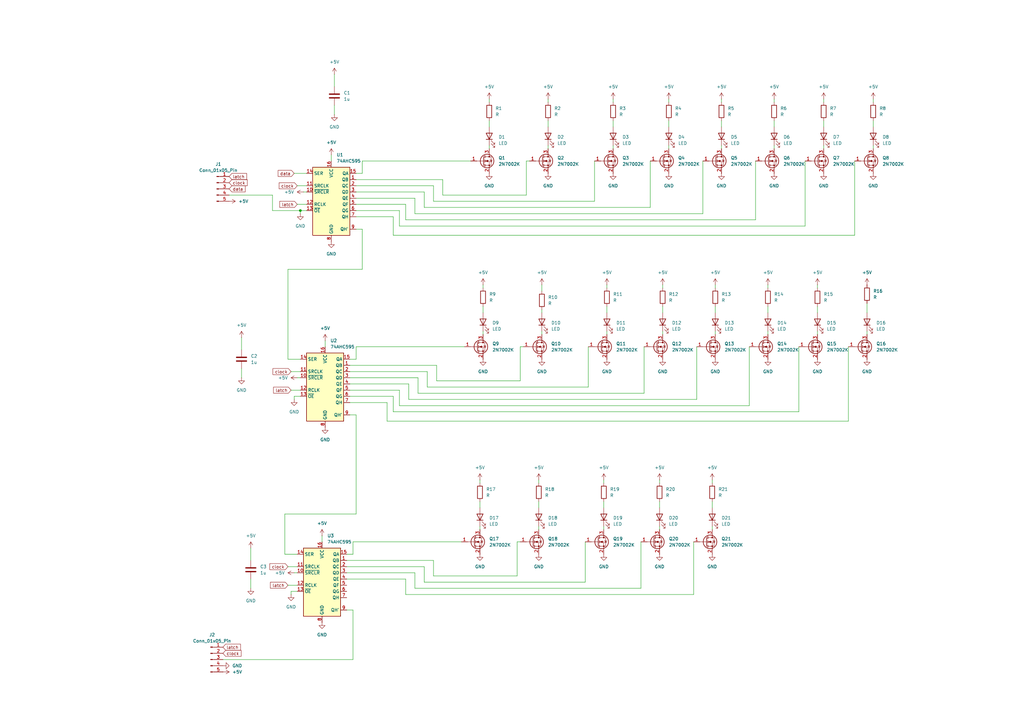
<source format=kicad_sch>
(kicad_sch (version 20250114) (generator "eeschema") (generator_version "9.0")
  (paper "A3")
  (junction (at 123.19 86.36))
  (wire (pts (xy 293.37 125.73) (xy 293.37 128.27)))
  (wire (pts (xy 198.12 116.84) (xy 198.12 118.11)))
  (wire (pts (xy 119.38 160.02) (xy 123.19 160.02)))
  (wire (pts (xy 248.92 135.89) (xy 248.92 137.16)))
  (wire (pts (xy 222.25 127) (xy 222.25 128.27)))
  (wire (pts (xy 116.84 210.82) (xy 116.84 227.33)))
  (wire (pts (xy 240.03 238.76) (xy 173.99 238.76)))
  (wire (pts (xy 251.46 40.64) (xy 251.46 41.91)))
  (wire (pts (xy 247.65 205.74) (xy 247.65 208.28)))
  (wire (pts (xy 251.46 59.69) (xy 251.46 60.96)))
  (wire (pts (xy 314.96 135.89) (xy 314.96 137.16)))
  (wire (pts (xy 158.75 165.1) (xy 158.75 172.72)))
  (wire (pts (xy 167.64 163.83) (xy 167.64 157.48)))
  (wire (pts (xy 177.8 236.22) (xy 177.8 229.87)))
  (wire (pts (xy 120.65 162.56) (xy 120.65 163.83)))
  (wire (pts (xy 111.76 80.01) (xy 111.76 86.36)))
  (wire (pts (xy 170.18 81.28) (xy 146.05 81.28)))
  (wire (pts (xy 220.98 215.9) (xy 220.98 217.17)))
  (wire (pts (xy 173.99 232.41) (xy 142.24 232.41)))
  (wire (pts (xy 120.65 71.12) (xy 125.73 71.12)))
  (wire (pts (xy 175.26 152.4) (xy 143.51 152.4)))
  (wire (pts (xy 213.36 156.21) (xy 179.07 156.21)))
  (wire (pts (xy 314.96 125.73) (xy 314.96 128.27)))
  (wire (pts (xy 179.07 156.21) (xy 179.07 149.86)))
  (wire (pts (xy 270.51 205.74) (xy 270.51 208.28)))
  (wire (pts (xy 124.46 78.74) (xy 125.73 78.74)))
  (wire (pts (xy 307.34 142.24) (xy 307.34 166.37)))
  (wire (pts (xy 181.61 73.66) (xy 146.05 73.66)))
  (wire (pts (xy 295.91 40.64) (xy 295.91 41.91)))
  (wire (pts (xy 132.08 219.71) (xy 132.08 222.25)))
  (wire (pts (xy 295.91 59.69) (xy 295.91 60.96)))
  (wire (pts (xy 215.9 80.01) (xy 181.61 80.01)))
  (wire (pts (xy 224.79 59.69) (xy 224.79 60.96)))
  (wire (pts (xy 137.16 46.99) (xy 137.16 43.18)))
  (wire (pts (xy 148.59 110.49) (xy 118.11 110.49)))
  (wire (pts (xy 166.37 237.49) (xy 142.24 237.49)))
  (wire (pts (xy 335.28 125.73) (xy 335.28 128.27)))
  (wire (pts (xy 148.59 66.04) (xy 148.59 71.12)))
  (wire (pts (xy 314.96 116.84) (xy 314.96 118.11)))
  (wire (pts (xy 327.66 168.91) (xy 327.66 142.24)))
  (wire (pts (xy 288.29 66.04) (xy 288.29 87.63)))
  (wire (pts (xy 196.85 196.85) (xy 196.85 198.12)))
  (wire (pts (xy 274.32 59.69) (xy 274.32 60.96)))
  (wire (pts (xy 200.66 59.69) (xy 200.66 60.96)))
  (wire (pts (xy 330.2 92.71) (xy 330.2 66.04)))
  (wire (pts (xy 293.37 116.84) (xy 293.37 118.11)))
  (wire (pts (xy 243.84 66.04) (xy 243.84 82.55)))
  (wire (pts (xy 355.6 124.46) (xy 355.6 128.27)))
  (wire (pts (xy 266.7 85.09) (xy 173.99 85.09)))
  (wire (pts (xy 196.85 215.9) (xy 196.85 217.17)))
  (wire (pts (xy 358.14 40.64) (xy 358.14 41.91)))
  (wire (pts (xy 274.32 40.64) (xy 274.32 41.91)))
  (wire (pts (xy 247.65 196.85) (xy 247.65 198.12)))
  (wire (pts (xy 222.25 135.89) (xy 222.25 137.16)))
  (wire (pts (xy 146.05 210.82) (xy 116.84 210.82)))
  (wire (pts (xy 177.8 229.87) (xy 142.24 229.87)))
  (wire (pts (xy 220.98 196.85) (xy 220.98 198.12)))
  (wire (pts (xy 173.99 78.74) (xy 146.05 78.74)))
  (wire (pts (xy 163.83 166.37) (xy 163.83 160.02)))
  (wire (pts (xy 190.5 142.24) (xy 146.05 142.24)))
  (wire (pts (xy 271.78 116.84) (xy 271.78 118.11)))
  (wire (pts (xy 137.16 30.48) (xy 137.16 35.56)))
  (wire (pts (xy 123.19 162.56) (xy 120.65 162.56)))
  (wire (pts (xy 198.12 125.73) (xy 198.12 128.27)))
  (wire (pts (xy 163.83 86.36) (xy 163.83 92.71)))
  (wire (pts (xy 292.1 215.9) (xy 292.1 217.17)))
  (wire (pts (xy 243.84 82.55) (xy 177.8 82.55)))
  (wire (pts (xy 309.88 66.04) (xy 309.88 90.17)))
  (wire (pts (xy 292.1 205.74) (xy 292.1 208.28)))
  (wire (pts (xy 189.23 222.25) (xy 144.78 222.25)))
  (wire (pts (xy 212.09 236.22) (xy 177.8 236.22)))
  (wire (pts (xy 170.18 87.63) (xy 170.18 81.28)))
  (wire (pts (xy 217.17 66.04) (xy 215.9 66.04)))
  (wire (pts (xy 285.75 163.83) (xy 167.64 163.83)))
  (wire (pts (xy 118.11 147.32) (xy 123.19 147.32)))
  (wire (pts (xy 179.07 149.86) (xy 143.51 149.86)))
  (wire (pts (xy 337.82 49.53) (xy 337.82 52.07)))
  (wire (pts (xy 177.8 76.2) (xy 146.05 76.2)))
  (wire (pts (xy 251.46 49.53) (xy 251.46 52.07)))
  (wire (pts (xy 123.19 86.36) (xy 123.19 87.63)))
  (wire (pts (xy 146.05 88.9) (xy 161.29 88.9)))
  (wire (pts (xy 143.51 162.56) (xy 161.29 162.56)))
  (wire (pts (xy 196.85 205.74) (xy 196.85 208.28)))
  (wire (pts (xy 148.59 93.98) (xy 148.59 110.49)))
  (wire (pts (xy 347.98 172.72) (xy 347.98 142.24)))
  (wire (pts (xy 166.37 243.84) (xy 166.37 237.49)))
  (wire (pts (xy 163.83 160.02) (xy 143.51 160.02)))
  (wire (pts (xy 248.92 125.73) (xy 248.92 128.27)))
  (wire (pts (xy 214.63 142.24) (xy 213.36 142.24)))
  (wire (pts (xy 247.65 215.9) (xy 247.65 217.17)))
  (wire (pts (xy 146.05 86.36) (xy 163.83 86.36)))
  (wire (pts (xy 166.37 83.82) (xy 146.05 83.82)))
  (wire (pts (xy 358.14 59.69) (xy 358.14 60.96)))
  (wire (pts (xy 337.82 40.64) (xy 337.82 41.91)))
  (wire (pts (xy 161.29 162.56) (xy 161.29 168.91)))
  (wire (pts (xy 173.99 238.76) (xy 173.99 232.41)))
  (wire (pts (xy 148.59 71.12) (xy 146.05 71.12)))
  (wire (pts (xy 118.11 240.03) (xy 121.92 240.03)))
  (wire (pts (xy 317.5 59.69) (xy 317.5 60.96)))
  (wire (pts (xy 170.18 234.95) (xy 142.24 234.95)))
  (wire (pts (xy 335.28 116.84) (xy 335.28 118.11)))
  (wire (pts (xy 264.16 142.24) (xy 264.16 161.29)))
  (wire (pts (xy 102.87 241.3) (xy 102.87 237.49)))
  (wire (pts (xy 337.82 59.69) (xy 337.82 60.96)))
  (wire (pts (xy 146.05 170.18) (xy 143.51 170.18)))
  (wire (pts (xy 121.92 76.2) (xy 125.73 76.2)))
  (wire (pts (xy 144.78 250.19) (xy 142.24 250.19)))
  (wire (pts (xy 116.84 227.33) (xy 121.92 227.33)))
  (wire (pts (xy 215.9 66.04) (xy 215.9 80.01)))
  (wire (pts (xy 93.98 80.01) (xy 111.76 80.01)))
  (wire (pts (xy 181.61 80.01) (xy 181.61 73.66)))
  (wire (pts (xy 293.37 135.89) (xy 293.37 137.16)))
  (wire (pts (xy 241.3 142.24) (xy 241.3 158.75)))
  (wire (pts (xy 146.05 147.32) (xy 143.51 147.32)))
  (wire (pts (xy 121.92 83.82) (xy 125.73 83.82)))
  (wire (pts (xy 292.1 196.85) (xy 292.1 198.12)))
  (wire (pts (xy 213.36 142.24) (xy 213.36 156.21)))
  (wire (pts (xy 99.06 138.43) (xy 99.06 143.51)))
  (wire (pts (xy 220.98 205.74) (xy 220.98 208.28)))
  (wire (pts (xy 335.28 135.89) (xy 335.28 137.16)))
  (wire (pts (xy 288.29 87.63) (xy 170.18 87.63)))
  (wire (pts (xy 317.5 49.53) (xy 317.5 52.07)))
  (wire (pts (xy 224.79 49.53) (xy 224.79 52.07)))
  (wire (pts (xy 270.51 215.9) (xy 270.51 217.17)))
  (wire (pts (xy 274.32 49.53) (xy 274.32 52.07)))
  (wire (pts (xy 161.29 168.91) (xy 327.66 168.91)))
  (wire (pts (xy 307.34 166.37) (xy 163.83 166.37)))
  (wire (pts (xy 248.92 116.84) (xy 248.92 118.11)))
  (wire (pts (xy 167.64 157.48) (xy 143.51 157.48)))
  (wire (pts (xy 119.38 242.57) (xy 119.38 243.84)))
  (wire (pts (xy 144.78 270.51) (xy 144.78 250.19)))
  (wire (pts (xy 350.52 96.52) (xy 350.52 66.04)))
  (wire (pts (xy 118.11 232.41) (xy 121.92 232.41)))
  (wire (pts (xy 200.66 40.64) (xy 200.66 41.91)))
  (wire (pts (xy 118.11 110.49) (xy 118.11 147.32)))
  (wire (pts (xy 111.76 86.36) (xy 123.19 86.36)))
  (wire (pts (xy 166.37 90.17) (xy 166.37 83.82)))
  (wire (pts (xy 284.48 243.84) (xy 166.37 243.84)))
  (wire (pts (xy 125.73 86.36) (xy 123.19 86.36)))
  (wire (pts (xy 163.83 92.71) (xy 330.2 92.71)))
  (wire (pts (xy 240.03 222.25) (xy 240.03 238.76)))
  (wire (pts (xy 271.78 125.73) (xy 271.78 128.27)))
  (wire (pts (xy 262.89 222.25) (xy 262.89 241.3)))
  (wire (pts (xy 213.36 222.25) (xy 212.09 222.25)))
  (wire (pts (xy 146.05 93.98) (xy 148.59 93.98)))
  (wire (pts (xy 144.78 222.25) (xy 144.78 227.33)))
  (wire (pts (xy 119.38 152.4) (xy 123.19 152.4)))
  (wire (pts (xy 212.09 222.25) (xy 212.09 236.22)))
  (wire (pts (xy 170.18 241.3) (xy 170.18 234.95)))
  (wire (pts (xy 120.65 234.95) (xy 121.92 234.95)))
  (wire (pts (xy 99.06 154.94) (xy 99.06 151.13)))
  (wire (pts (xy 271.78 135.89) (xy 271.78 137.16)))
  (wire (pts (xy 135.89 63.5) (xy 135.89 66.04)))
  (wire (pts (xy 177.8 82.55) (xy 177.8 76.2)))
  (wire (pts (xy 198.12 135.89) (xy 198.12 137.16)))
  (wire (pts (xy 102.87 224.79) (xy 102.87 229.87)))
  (wire (pts (xy 317.5 40.64) (xy 317.5 41.91)))
  (wire (pts (xy 173.99 85.09) (xy 173.99 78.74)))
  (wire (pts (xy 171.45 161.29) (xy 171.45 154.94)))
  (wire (pts (xy 171.45 154.94) (xy 143.51 154.94)))
  (wire (pts (xy 146.05 142.24) (xy 146.05 147.32)))
  (wire (pts (xy 193.04 66.04) (xy 148.59 66.04)))
  (wire (pts (xy 161.29 96.52) (xy 350.52 96.52)))
  (wire (pts (xy 309.88 90.17) (xy 166.37 90.17)))
  (wire (pts (xy 262.89 241.3) (xy 170.18 241.3)))
  (wire (pts (xy 295.91 49.53) (xy 295.91 52.07)))
  (wire (pts (xy 264.16 161.29) (xy 171.45 161.29)))
  (wire (pts (xy 241.3 158.75) (xy 175.26 158.75)))
  (wire (pts (xy 121.92 154.94) (xy 123.19 154.94)))
  (wire (pts (xy 200.66 49.53) (xy 200.66 52.07)))
  (wire (pts (xy 222.25 116.84) (xy 222.25 119.38)))
  (wire (pts (xy 355.6 135.89) (xy 355.6 137.16)))
  (wire (pts (xy 146.05 170.18) (xy 146.05 210.82)))
  (wire (pts (xy 121.92 242.57) (xy 119.38 242.57)))
  (wire (pts (xy 144.78 227.33) (xy 142.24 227.33)))
  (wire (pts (xy 158.75 172.72) (xy 347.98 172.72)))
  (wire (pts (xy 266.7 66.04) (xy 266.7 85.09)))
  (wire (pts (xy 133.35 139.7) (xy 133.35 142.24)))
  (wire (pts (xy 270.51 196.85) (xy 270.51 198.12)))
  (wire (pts (xy 358.14 49.53) (xy 358.14 52.07)))
  (wire (pts (xy 143.51 165.1) (xy 158.75 165.1)))
  (wire (pts (xy 91.44 270.51) (xy 144.78 270.51)))
  (wire (pts (xy 175.26 158.75) (xy 175.26 152.4)))
  (wire (pts (xy 284.48 222.25) (xy 284.48 243.84)))
  (wire (pts (xy 224.79 40.64) (xy 224.79 41.91)))
  (wire (pts (xy 161.29 88.9) (xy 161.29 96.52)))
  (wire (pts (xy 285.75 142.24) (xy 285.75 163.83)))
  (global_label "latch" (shape input) (at 121.92 83.82 180) (property "Intersheetrefs" "${INTERSHEET_REFS}" (effects (hide yes))))
  (global_label "clock" (shape input) (at 118.11 232.41 180) (property "Intersheetrefs" "${INTERSHEET_REFS}" (effects (hide yes))))
  (global_label "clock" (shape input) (at 91.44 267.97 0) (property "Intersheetrefs" "${INTERSHEET_REFS}" (effects (hide yes))))
  (global_label "latch" (shape input) (at 118.11 240.03 180) (property "Intersheetrefs" "${INTERSHEET_REFS}" (effects (hide yes))))
  (global_label "latch" (shape input) (at 93.98 72.39 0) (property "Intersheetrefs" "${INTERSHEET_REFS}" (effects (hide yes))))
  (global_label "clock" (shape input) (at 121.92 76.2 180) (property "Intersheetrefs" "${INTERSHEET_REFS}" (effects (hide yes))))
  (global_label "latch" (shape input) (at 91.44 265.43 0) (property "Intersheetrefs" "${INTERSHEET_REFS}" (effects (hide yes))))
  (global_label "clock" (shape input) (at 93.98 74.93 0) (property "Intersheetrefs" "${INTERSHEET_REFS}" (effects (hide yes))))
  (global_label "data" (shape input) (at 120.65 71.12 180) (property "Intersheetrefs" "${INTERSHEET_REFS}" (effects (hide yes))))
  (global_label "data" (shape input) (at 93.98 77.47 0) (property "Intersheetrefs" "${INTERSHEET_REFS}" (effects (hide yes))))
  (global_label "latch" (shape input) (at 119.38 160.02 180) (property "Intersheetrefs" "${INTERSHEET_REFS}" (effects (hide yes))))
  (global_label "clock" (shape input) (at 119.38 152.4 180) (property "Intersheetrefs" "${INTERSHEET_REFS}" (effects (hide yes))))
  (symbol (lib_id "power:+5V") (at 99.06 138.43 0) (unit 1)
    (property "Reference" "#PWR063" (effects (hide yes)))
    (property "Value" "+5V" (at 99.06 133.35 0))
    (property "Description" "Power symbol creates a global label with name \"+5V\"" (effects (hide yes)))
  )
  (symbol (lib_id "power:GND") (at 119.38 243.84 0) (unit 1)
    (property "Reference" "#PWR011" (effects (hide yes)))
    (property "Value" "GND" (at 119.38 248.92 0))
    (property "Description" "Power symbol creates a global label with name \"GND\" , ground" (effects (hide yes)))
  )
  (symbol (lib_id "Transistor_FET:2N7002K") (at 335.28 66.04 0) (unit 1)
    (property "Reference" "Q7" (at 341.63 64.7699 0) (effects (justify left)))
    (property "Value" "2N7002K" (at 341.63 67.3099 0) (effects (justify left)))
    (property "Footprint" "Package_TO_SOT_SMD:SOT-23" (effects (hide yes)))
    (property "Datasheet" "https://www.diodes.com/assets/Datasheets/ds30896.pdf" (effects (hide yes)))
    (property "Description" "0.38A Id, 60V Vds, N-Channel MOSFET, SOT-23" (effects (hide yes)))
  )
  (symbol (lib_id "Transistor_FET:2N7002K") (at 219.71 142.24 0) (unit 1)
    (property "Reference" "Q10" (at 226.06 140.9699 0) (effects (justify left)))
    (property "Value" "2N7002K" (at 226.06 143.5099 0) (effects (justify left)))
    (property "Footprint" "Package_TO_SOT_SMD:SOT-23" (effects (hide yes)))
    (property "Datasheet" "https://www.diodes.com/assets/Datasheets/ds30896.pdf" (effects (hide yes)))
    (property "Description" "0.38A Id, 60V Vds, N-Channel MOSFET, SOT-23" (effects (hide yes)))
  )
  (symbol (lib_id "Device:LED") (at 198.12 132.08 90) (unit 1)
    (property "Reference" "D9" (at 201.93 132.3974 90) (effects (justify right)))
    (property "Value" "LED" (at 201.93 134.9374 90) (effects (justify right)))
    (property "Footprint" "LED_SMD:LED_1210_3225Metric_Pad1.42x2.65mm_HandSolder" (effects (hide yes)))
    (property "Description" "Light emitting diode" (effects (hide yes)))
    (property "Sim.Pins" "1=K 2=A" (effects (hide yes)))
  )
  (symbol (lib_id "Device:LED") (at 222.25 132.08 90) (unit 1)
    (property "Reference" "D10" (at 226.06 132.3974 90) (effects (justify right)))
    (property "Value" "LED" (at 226.06 134.9374 90) (effects (justify right)))
    (property "Footprint" "LED_SMD:LED_1210_3225Metric_Pad1.42x2.65mm_HandSolder" (effects (hide yes)))
    (property "Description" "Light emitting diode" (effects (hide yes)))
    (property "Sim.Pins" "1=K 2=A" (effects (hide yes)))
  )
  (symbol (lib_id "Device:LED") (at 355.6 132.08 90) (unit 1)
    (property "Reference" "D16" (at 359.41 132.3974 90) (effects (justify right)))
    (property "Value" "LED" (at 359.41 134.9374 90) (effects (justify right)))
    (property "Footprint" "LED_SMD:LED_1210_3225Metric_Pad1.42x2.65mm_HandSolder" (effects (hide yes)))
    (property "Description" "Light emitting diode" (effects (hide yes)))
    (property "Sim.Pins" "1=K 2=A" (effects (hide yes)))
  )
  (symbol (lib_id "Device:R") (at 271.78 121.92 0) (unit 1)
    (property "Reference" "R12" (at 274.32 120.6499 0) (effects (justify left)))
    (property "Value" "R" (at 274.32 123.1899 0) (effects (justify left)))
    (property "Footprint" "Resistor_SMD:R_0805_2012Metric" (effects (hide yes)))
    (property "Description" "Resistor" (effects (hide yes)))
  )
  (symbol (lib_id "power:+5V") (at 124.46 78.74 90) (unit 1)
    (property "Reference" "#PWR01" (effects (hide yes)))
    (property "Value" "+5V" (at 120.65 78.7399 90) (effects (justify left)))
    (property "Description" "Power symbol creates a global label with name \"+5V\"" (effects (hide yes)))
  )
  (symbol (lib_id "Device:LED") (at 337.82 55.88 90) (unit 1)
    (property "Reference" "D7" (at 341.63 56.1974 90) (effects (justify right)))
    (property "Value" "LED" (at 341.63 58.7374 90) (effects (justify right)))
    (property "Footprint" "LED_SMD:LED_1210_3225Metric_Pad1.42x2.65mm_HandSolder" (effects (hide yes)))
    (property "Description" "Light emitting diode" (effects (hide yes)))
    (property "Sim.Pins" "1=K 2=A" (effects (hide yes)))
  )
  (symbol (lib_id "Transistor_FET:2N7002K") (at 198.12 66.04 0) (unit 1)
    (property "Reference" "Q1" (at 204.47 64.7699 0) (effects (justify left)))
    (property "Value" "2N7002K" (at 204.47 67.3099 0) (effects (justify left)))
    (property "Footprint" "Package_TO_SOT_SMD:SOT-23" (effects (hide yes)))
    (property "Datasheet" "https://www.diodes.com/assets/Datasheets/ds30896.pdf" (effects (hide yes)))
    (property "Description" "0.38A Id, 60V Vds, N-Channel MOSFET, SOT-23" (effects (hide yes)))
  )
  (symbol (lib_id "Device:R") (at 293.37 121.92 0) (unit 1)
    (property "Reference" "R13" (at 295.91 120.6499 0) (effects (justify left)))
    (property "Value" "R" (at 295.91 123.1899 0) (effects (justify left)))
    (property "Footprint" "Resistor_SMD:R_0805_2012Metric" (effects (hide yes)))
    (property "Description" "Resistor" (effects (hide yes)))
  )
  (symbol (lib_id "power:+5V") (at 337.82 40.64 0) (unit 1)
    (property "Reference" "#PWR027" (effects (hide yes)))
    (property "Value" "+5V" (at 337.82 35.56 0))
    (property "Description" "Power symbol creates a global label with name \"+5V\"" (effects (hide yes)))
  )
  (symbol (lib_id "power:GND") (at 133.35 175.26 0) (unit 1)
    (property "Reference" "#PWR010" (effects (hide yes)))
    (property "Value" "GND" (at 133.35 180.34 0))
    (property "Description" "Power symbol creates a global label with name \"GND\" , ground" (effects (hide yes)))
  )
  (symbol (lib_id "Device:LED") (at 274.32 55.88 90) (unit 1)
    (property "Reference" "D4" (at 278.13 56.1974 90) (effects (justify right)))
    (property "Value" "LED" (at 278.13 58.7374 90) (effects (justify right)))
    (property "Footprint" "LED_SMD:LED_1210_3225Metric_Pad1.42x2.65mm_HandSolder" (effects (hide yes)))
    (property "Description" "Light emitting diode" (effects (hide yes)))
    (property "Sim.Pins" "1=K 2=A" (effects (hide yes)))
  )
  (symbol (lib_id "power:GND") (at 91.44 273.05 90) (unit 1)
    (property "Reference" "#PWR059" (effects (hide yes)))
    (property "Value" "GND" (at 95.25 273.0499 90) (effects (justify right)))
    (property "Description" "Power symbol creates a global label with name \"GND\" , ground" (effects (hide yes)))
  )
  (symbol (lib_id "power:+5V") (at 247.65 196.85 0) (unit 1)
    (property "Reference" "#PWR051" (effects (hide yes)))
    (property "Value" "+5V" (at 247.65 191.77 0))
    (property "Description" "Power symbol creates a global label with name \"+5V\"" (effects (hide yes)))
  )
  (symbol (lib_id "Device:C") (at 137.16 39.37 0) (unit 1)
    (property "Reference" "C1" (at 140.97 38.0999 0) (effects (justify left)))
    (property "Value" "1u" (at 140.97 40.6399 0) (effects (justify left)))
    (property "Footprint" "Capacitor_SMD:C_0805_2012Metric" (effects (hide yes)))
    (property "Description" "Unpolarized capacitor" (effects (hide yes)))
  )
  (symbol (lib_id "Device:LED") (at 220.98 212.09 90) (unit 1)
    (property "Reference" "D18" (at 224.79 212.4074 90) (effects (justify right)))
    (property "Value" "LED" (at 224.79 214.9474 90) (effects (justify right)))
    (property "Footprint" "LED_SMD:LED_1210_3225Metric_Pad1.42x2.65mm_HandSolder" (effects (hide yes)))
    (property "Description" "Light emitting diode" (effects (hide yes)))
    (property "Sim.Pins" "1=K 2=A" (effects (hide yes)))
  )
  (symbol (lib_id "Device:LED") (at 200.66 55.88 90) (unit 1)
    (property "Reference" "D1" (at 204.47 56.1974 90) (effects (justify right)))
    (property "Value" "LED" (at 204.47 58.7374 90) (effects (justify right)))
    (property "Footprint" "LED_SMD:LED_1210_3225Metric_Pad1.42x2.65mm_HandSolder" (effects (hide yes)))
    (property "Description" "Light emitting diode" (effects (hide yes)))
    (property "Sim.Pins" "1=K 2=A" (effects (hide yes)))
  )
  (symbol (lib_id "Transistor_FET:2N7002K") (at 332.74 142.24 0) (unit 1)
    (property "Reference" "Q15" (at 339.09 140.9699 0) (effects (justify left)))
    (property "Value" "2N7002K" (at 339.09 143.5099 0) (effects (justify left)))
    (property "Footprint" "Package_TO_SOT_SMD:SOT-23" (effects (hide yes)))
    (property "Datasheet" "https://www.diodes.com/assets/Datasheets/ds30896.pdf" (effects (hide yes)))
    (property "Description" "0.38A Id, 60V Vds, N-Channel MOSFET, SOT-23" (effects (hide yes)))
  )
  (symbol (lib_id "power:GND") (at 358.14 71.12 0) (unit 1)
    (property "Reference" "#PWR030" (effects (hide yes)))
    (property "Value" "GND" (at 358.14 76.2 0))
    (property "Description" "Power symbol creates a global label with name \"GND\" , ground" (effects (hide yes)))
  )
  (symbol (lib_id "power:GND") (at 247.65 227.33 0) (unit 1)
    (property "Reference" "#PWR052" (effects (hide yes)))
    (property "Value" "GND" (at 247.65 232.41 0))
    (property "Description" "Power symbol creates a global label with name \"GND\" , ground" (effects (hide yes)))
  )
  (symbol (lib_id "Device:LED") (at 224.79 55.88 90) (unit 1)
    (property "Reference" "D2" (at 228.6 56.1974 90) (effects (justify right)))
    (property "Value" "LED" (at 228.6 58.7374 90) (effects (justify right)))
    (property "Footprint" "LED_SMD:LED_1210_3225Metric_Pad1.42x2.65mm_HandSolder" (effects (hide yes)))
    (property "Description" "Light emitting diode" (effects (hide yes)))
    (property "Sim.Pins" "1=K 2=A" (effects (hide yes)))
  )
  (symbol (lib_id "Device:R") (at 222.25 123.19 0) (unit 1)
    (property "Reference" "R10" (at 224.79 121.9199 0) (effects (justify left)))
    (property "Value" "R" (at 224.79 124.4599 0) (effects (justify left)))
    (property "Footprint" "Resistor_SMD:R_0805_2012Metric" (effects (hide yes)))
    (property "Description" "Resistor" (effects (hide yes)))
  )
  (symbol (lib_id "Transistor_FET:2N7002K") (at 195.58 142.24 0) (unit 1)
    (property "Reference" "Q9" (at 201.93 140.9699 0) (effects (justify left)))
    (property "Value" "2N7002K" (at 201.93 143.5099 0) (effects (justify left)))
    (property "Footprint" "Package_TO_SOT_SMD:SOT-23" (effects (hide yes)))
    (property "Datasheet" "https://www.diodes.com/assets/Datasheets/ds30896.pdf" (effects (hide yes)))
    (property "Description" "0.38A Id, 60V Vds, N-Channel MOSFET, SOT-23" (effects (hide yes)))
  )
  (symbol (lib_id "74xx:74AHC595") (at 132.08 237.49 0) (unit 1)
    (property "Reference" "U3" (at 134.2233 219.71 0) (effects (justify left)))
    (property "Value" "74AHC595" (at 134.2233 222.25 0) (effects (justify left)))
    (property "Footprint" "Package_SO:SOIC-16_3.9x9.9mm_P1.27mm" (effects (hide yes)))
    (property "Datasheet" "https://assets.nexperia.com/documents/data-sheet/74AHC_AHCT595.pdf" (effects (hide yes)))
    (property "Description" "8-bit serial in/out Shift Register 3-State Outputs" (effects (hide yes)))
  )
  (symbol (lib_id "power:GND") (at 200.66 71.12 0) (unit 1)
    (property "Reference" "#PWR016" (effects (hide yes)))
    (property "Value" "GND" (at 200.66 76.2 0))
    (property "Description" "Power symbol creates a global label with name \"GND\" , ground" (effects (hide yes)))
  )
  (symbol (lib_id "power:+5V") (at 271.78 116.84 0) (unit 1)
    (property "Reference" "#PWR037" (effects (hide yes)))
    (property "Value" "+5V" (at 271.78 111.76 0))
    (property "Description" "Power symbol creates a global label with name \"+5V\"" (effects (hide yes)))
  )
  (symbol (lib_id "Device:R") (at 248.92 121.92 0) (unit 1)
    (property "Reference" "R11" (at 251.46 120.6499 0) (effects (justify left)))
    (property "Value" "R" (at 251.46 123.1899 0) (effects (justify left)))
    (property "Footprint" "Resistor_SMD:R_0805_2012Metric" (effects (hide yes)))
    (property "Description" "Resistor" (effects (hide yes)))
  )
  (symbol (lib_id "power:+5V") (at 196.85 196.85 0) (unit 1)
    (property "Reference" "#PWR047" (effects (hide yes)))
    (property "Value" "+5V" (at 196.85 191.77 0))
    (property "Description" "Power symbol creates a global label with name \"+5V\"" (effects (hide yes)))
  )
  (symbol (lib_id "Transistor_FET:2N7002K") (at 267.97 222.25 0) (unit 1)
    (property "Reference" "Q20" (at 274.32 220.9799 0) (effects (justify left)))
    (property "Value" "2N7002K" (at 274.32 223.5199 0) (effects (justify left)))
    (property "Footprint" "Package_TO_SOT_SMD:SOT-23" (effects (hide yes)))
    (property "Datasheet" "https://www.diodes.com/assets/Datasheets/ds30896.pdf" (effects (hide yes)))
    (property "Description" "0.38A Id, 60V Vds, N-Channel MOSFET, SOT-23" (effects (hide yes)))
  )
  (symbol (lib_id "Device:C") (at 99.06 147.32 0) (unit 1)
    (property "Reference" "C2" (at 102.87 146.0499 0) (effects (justify left)))
    (property "Value" "1u" (at 102.87 148.5899 0) (effects (justify left)))
    (property "Footprint" "Capacitor_SMD:C_0805_2012Metric" (effects (hide yes)))
    (property "Description" "Unpolarized capacitor" (effects (hide yes)))
  )
  (symbol (lib_id "Device:R") (at 317.5 45.72 0) (unit 1)
    (property "Reference" "R6" (at 320.04 44.4499 0) (effects (justify left)))
    (property "Value" "R" (at 320.04 46.9899 0) (effects (justify left)))
    (property "Footprint" "Resistor_SMD:R_0805_2012Metric" (effects (hide yes)))
    (property "Description" "Resistor" (effects (hide yes)))
  )
  (symbol (lib_id "Device:LED") (at 248.92 132.08 90) (unit 1)
    (property "Reference" "D11" (at 252.73 132.3974 90) (effects (justify right)))
    (property "Value" "LED" (at 252.73 134.9374 90) (effects (justify right)))
    (property "Footprint" "LED_SMD:LED_1210_3225Metric_Pad1.42x2.65mm_HandSolder" (effects (hide yes)))
    (property "Description" "Light emitting diode" (effects (hide yes)))
    (property "Sim.Pins" "1=K 2=A" (effects (hide yes)))
  )
  (symbol (lib_id "Transistor_FET:2N7002K") (at 194.31 222.25 0) (unit 1)
    (property "Reference" "Q17" (at 200.66 220.9799 0) (effects (justify left)))
    (property "Value" "2N7002K" (at 200.66 223.5199 0) (effects (justify left)))
    (property "Footprint" "Package_TO_SOT_SMD:SOT-23" (effects (hide yes)))
    (property "Datasheet" "https://www.diodes.com/assets/Datasheets/ds30896.pdf" (effects (hide yes)))
    (property "Description" "0.38A Id, 60V Vds, N-Channel MOSFET, SOT-23" (effects (hide yes)))
  )
  (symbol (lib_id "Transistor_FET:2N7002K") (at 248.92 66.04 0) (unit 1)
    (property "Reference" "Q3" (at 255.27 64.7699 0) (effects (justify left)))
    (property "Value" "2N7002K" (at 255.27 67.3099 0) (effects (justify left)))
    (property "Footprint" "Package_TO_SOT_SMD:SOT-23" (effects (hide yes)))
    (property "Datasheet" "https://www.diodes.com/assets/Datasheets/ds30896.pdf" (effects (hide yes)))
    (property "Description" "0.38A Id, 60V Vds, N-Channel MOSFET, SOT-23" (effects (hide yes)))
  )
  (symbol (lib_id "74xx:74AHC595") (at 133.35 157.48 0) (unit 1)
    (property "Reference" "U2" (at 135.4933 139.7 0) (effects (justify left)))
    (property "Value" "74AHC595" (at 135.4933 142.24 0) (effects (justify left)))
    (property "Footprint" "Package_SO:SOIC-16_3.9x9.9mm_P1.27mm" (effects (hide yes)))
    (property "Datasheet" "https://assets.nexperia.com/documents/data-sheet/74AHC_AHCT595.pdf" (effects (hide yes)))
    (property "Description" "8-bit serial in/out Shift Register 3-State Outputs" (effects (hide yes)))
  )
  (symbol (lib_id "Transistor_FET:2N7002K") (at 353.06 142.24 0) (unit 1)
    (property "Reference" "Q16" (at 359.41 140.9699 0) (effects (justify left)))
    (property "Value" "2N7002K" (at 359.41 143.5099 0) (effects (justify left)))
    (property "Footprint" "Package_TO_SOT_SMD:SOT-23" (effects (hide yes)))
    (property "Datasheet" "https://www.diodes.com/assets/Datasheets/ds30896.pdf" (effects (hide yes)))
    (property "Description" "0.38A Id, 60V Vds, N-Channel MOSFET, SOT-23" (effects (hide yes)))
  )
  (symbol (lib_id "Device:R") (at 335.28 121.92 0) (unit 1)
    (property "Reference" "R15" (at 337.82 120.6499 0) (effects (justify left)))
    (property "Value" "R" (at 337.82 123.1899 0) (effects (justify left)))
    (property "Footprint" "Resistor_SMD:R_0805_2012Metric" (effects (hide yes)))
    (property "Description" "Resistor" (effects (hide yes)))
  )
  (symbol (lib_id "Transistor_FET:2N7002K") (at 271.78 66.04 0) (unit 1)
    (property "Reference" "Q4" (at 278.13 64.7699 0) (effects (justify left)))
    (property "Value" "2N7002K" (at 278.13 67.3099 0) (effects (justify left)))
    (property "Footprint" "Package_TO_SOT_SMD:SOT-23" (effects (hide yes)))
    (property "Datasheet" "https://www.diodes.com/assets/Datasheets/ds30896.pdf" (effects (hide yes)))
    (property "Description" "0.38A Id, 60V Vds, N-Channel MOSFET, SOT-23" (effects (hide yes)))
  )
  (symbol (lib_id "power:+5V") (at 358.14 40.64 0) (unit 1)
    (property "Reference" "#PWR029" (effects (hide yes)))
    (property "Value" "+5V" (at 358.14 35.56 0))
    (property "Description" "Power symbol creates a global label with name \"+5V\"" (effects (hide yes)))
  )
  (symbol (lib_id "Device:C") (at 102.87 233.68 0) (unit 1)
    (property "Reference" "C3" (at 106.68 232.4099 0) (effects (justify left)))
    (property "Value" "1u" (at 106.68 234.9499 0) (effects (justify left)))
    (property "Footprint" "Capacitor_SMD:C_0805_2012Metric" (effects (hide yes)))
    (property "Description" "Unpolarized capacitor" (effects (hide yes)))
  )
  (symbol (lib_id "power:+5V") (at 224.79 40.64 0) (unit 1)
    (property "Reference" "#PWR017" (effects (hide yes)))
    (property "Value" "+5V" (at 224.79 35.56 0))
    (property "Description" "Power symbol creates a global label with name \"+5V\"" (effects (hide yes)))
  )
  (symbol (lib_id "Device:R") (at 337.82 45.72 0) (unit 1)
    (property "Reference" "R7" (at 340.36 44.4499 0) (effects (justify left)))
    (property "Value" "R" (at 340.36 46.9899 0) (effects (justify left)))
    (property "Footprint" "Resistor_SMD:R_0805_2012Metric" (effects (hide yes)))
    (property "Description" "Resistor" (effects (hide yes)))
  )
  (symbol (lib_id "Transistor_FET:2N7002K") (at 290.83 142.24 0) (unit 1)
    (property "Reference" "Q13" (at 297.18 140.9699 0) (effects (justify left)))
    (property "Value" "2N7002K" (at 297.18 143.5099 0) (effects (justify left)))
    (property "Footprint" "Package_TO_SOT_SMD:SOT-23" (effects (hide yes)))
    (property "Datasheet" "https://www.diodes.com/assets/Datasheets/ds30896.pdf" (effects (hide yes)))
    (property "Description" "0.38A Id, 60V Vds, N-Channel MOSFET, SOT-23" (effects (hide yes)))
  )
  (symbol (lib_id "power:GND") (at 271.78 147.32 0) (unit 1)
    (property "Reference" "#PWR038" (effects (hide yes)))
    (property "Value" "GND" (at 271.78 152.4 0))
    (property "Description" "Power symbol creates a global label with name \"GND\" , ground" (effects (hide yes)))
  )
  (symbol (lib_id "Transistor_FET:2N7002K") (at 289.56 222.25 0) (unit 1)
    (property "Reference" "Q21" (at 295.91 220.9799 0) (effects (justify left)))
    (property "Value" "2N7002K" (at 295.91 223.5199 0) (effects (justify left)))
    (property "Footprint" "Package_TO_SOT_SMD:SOT-23" (effects (hide yes)))
    (property "Datasheet" "https://www.diodes.com/assets/Datasheets/ds30896.pdf" (effects (hide yes)))
    (property "Description" "0.38A Id, 60V Vds, N-Channel MOSFET, SOT-23" (effects (hide yes)))
  )
  (symbol (lib_id "power:+5V") (at 355.6 116.84 0) (unit 1)
    (property "Reference" "#PWR045" (effects (hide yes)))
    (property "Value" "+5V" (at 355.6 111.76 0))
    (property "Description" "Power symbol creates a global label with name \"+5V\"" (effects (hide yes)))
  )
  (symbol (lib_id "Transistor_FET:2N7002K") (at 222.25 66.04 0) (unit 1)
    (property "Reference" "Q2" (at 228.6 64.7699 0) (effects (justify left)))
    (property "Value" "2N7002K" (at 228.6 67.3099 0) (effects (justify left)))
    (property "Footprint" "Package_TO_SOT_SMD:SOT-23" (effects (hide yes)))
    (property "Datasheet" "https://www.diodes.com/assets/Datasheets/ds30896.pdf" (effects (hide yes)))
    (property "Description" "0.38A Id, 60V Vds, N-Channel MOSFET, SOT-23" (effects (hide yes)))
  )
  (symbol (lib_id "power:GND") (at 293.37 147.32 0) (unit 1)
    (property "Reference" "#PWR040" (effects (hide yes)))
    (property "Value" "GND" (at 293.37 152.4 0))
    (property "Description" "Power symbol creates a global label with name \"GND\" , ground" (effects (hide yes)))
  )
  (symbol (lib_id "Device:R") (at 274.32 45.72 0) (unit 1)
    (property "Reference" "R4" (at 276.86 44.4499 0) (effects (justify left)))
    (property "Value" "R" (at 276.86 46.9899 0) (effects (justify left)))
    (property "Footprint" "Resistor_SMD:R_0805_2012Metric" (effects (hide yes)))
    (property "Description" "Resistor" (effects (hide yes)))
  )
  (symbol (lib_id "Device:LED") (at 270.51 212.09 90) (unit 1)
    (property "Reference" "D20" (at 274.32 212.4074 90) (effects (justify right)))
    (property "Value" "LED" (at 274.32 214.9474 90) (effects (justify right)))
    (property "Footprint" "LED_SMD:LED_1210_3225Metric_Pad1.42x2.65mm_HandSolder" (effects (hide yes)))
    (property "Description" "Light emitting diode" (effects (hide yes)))
    (property "Sim.Pins" "1=K 2=A" (effects (hide yes)))
  )
  (symbol (lib_id "power:+5V") (at 198.12 116.84 0) (unit 1)
    (property "Reference" "#PWR031" (effects (hide yes)))
    (property "Value" "+5V" (at 198.12 111.76 0))
    (property "Description" "Power symbol creates a global label with name \"+5V\"" (effects (hide yes)))
  )
  (symbol (lib_id "power:GND") (at 196.85 227.33 0) (unit 1)
    (property "Reference" "#PWR048" (effects (hide yes)))
    (property "Value" "GND" (at 196.85 232.41 0))
    (property "Description" "Power symbol creates a global label with name \"GND\" , ground" (effects (hide yes)))
  )
  (symbol (lib_id "power:+5V") (at 200.66 40.64 0) (unit 1)
    (property "Reference" "#PWR015" (effects (hide yes)))
    (property "Value" "+5V" (at 200.66 35.56 0))
    (property "Description" "Power symbol creates a global label with name \"+5V\"" (effects (hide yes)))
  )
  (symbol (lib_id "Transistor_FET:2N7002K") (at 293.37 66.04 0) (unit 1)
    (property "Reference" "Q5" (at 299.72 64.7699 0) (effects (justify left)))
    (property "Value" "2N7002K" (at 299.72 67.3099 0) (effects (justify left)))
    (property "Footprint" "Package_TO_SOT_SMD:SOT-23" (effects (hide yes)))
    (property "Datasheet" "https://www.diodes.com/assets/Datasheets/ds30896.pdf" (effects (hide yes)))
    (property "Description" "0.38A Id, 60V Vds, N-Channel MOSFET, SOT-23" (effects (hide yes)))
  )
  (symbol (lib_id "Device:LED") (at 317.5 55.88 90) (unit 1)
    (property "Reference" "D6" (at 321.31 56.1974 90) (effects (justify right)))
    (property "Value" "LED" (at 321.31 58.7374 90) (effects (justify right)))
    (property "Footprint" "LED_SMD:LED_1210_3225Metric_Pad1.42x2.65mm_HandSolder" (effects (hide yes)))
    (property "Description" "Light emitting diode" (effects (hide yes)))
    (property "Sim.Pins" "1=K 2=A" (effects (hide yes)))
  )
  (symbol (lib_id "Device:R") (at 270.51 201.93 0) (unit 1)
    (property "Reference" "R20" (at 273.05 200.6599 0) (effects (justify left)))
    (property "Value" "R" (at 273.05 203.1999 0) (effects (justify left)))
    (property "Footprint" "Resistor_SMD:R_0805_2012Metric" (effects (hide yes)))
    (property "Description" "Resistor" (effects (hide yes)))
  )
  (symbol (lib_id "power:GND") (at 317.5 71.12 0) (unit 1)
    (property "Reference" "#PWR026" (effects (hide yes)))
    (property "Value" "GND" (at 317.5 76.2 0))
    (property "Description" "Power symbol creates a global label with name \"GND\" , ground" (effects (hide yes)))
  )
  (symbol (lib_id "power:GND") (at 270.51 227.33 0) (unit 1)
    (property "Reference" "#PWR054" (effects (hide yes)))
    (property "Value" "GND" (at 270.51 232.41 0))
    (property "Description" "Power symbol creates a global label with name \"GND\" , ground" (effects (hide yes)))
  )
  (symbol (lib_id "Device:R") (at 200.66 45.72 0) (unit 1)
    (property "Reference" "R1" (at 203.2 44.4499 0) (effects (justify left)))
    (property "Value" "R" (at 203.2 46.9899 0) (effects (justify left)))
    (property "Footprint" "Resistor_SMD:R_0805_2012Metric" (effects (hide yes)))
    (property "Description" "Resistor" (effects (hide yes)))
  )
  (symbol (lib_id "power:GND") (at 132.08 255.27 0) (unit 1)
    (property "Reference" "#PWR014" (effects (hide yes)))
    (property "Value" "GND" (at 132.08 260.35 0))
    (property "Description" "Power symbol creates a global label with name \"GND\" , ground" (effects (hide yes)))
  )
  (symbol (lib_id "power:GND") (at 123.19 87.63 0) (unit 1)
    (property "Reference" "#PWR04" (effects (hide yes)))
    (property "Value" "GND" (at 123.19 92.71 0))
    (property "Description" "Power symbol creates a global label with name \"GND\" , ground" (effects (hide yes)))
  )
  (symbol (lib_id "Device:R") (at 295.91 45.72 0) (unit 1)
    (property "Reference" "R5" (at 298.45 44.4499 0) (effects (justify left)))
    (property "Value" "R" (at 298.45 46.9899 0) (effects (justify left)))
    (property "Footprint" "Resistor_SMD:R_0805_2012Metric" (effects (hide yes)))
    (property "Description" "Resistor" (effects (hide yes)))
  )
  (symbol (lib_id "power:GND") (at 355.6 147.32 0) (unit 1)
    (property "Reference" "#PWR046" (effects (hide yes)))
    (property "Value" "GND" (at 355.6 152.4 0))
    (property "Description" "Power symbol creates a global label with name \"GND\" , ground" (effects (hide yes)))
  )
  (symbol (lib_id "power:+5V") (at 292.1 196.85 0) (unit 1)
    (property "Reference" "#PWR055" (effects (hide yes)))
    (property "Value" "+5V" (at 292.1 191.77 0))
    (property "Description" "Power symbol creates a global label with name \"+5V\"" (effects (hide yes)))
  )
  (symbol (lib_id "Device:R") (at 355.6 120.65 0) (unit 1)
    (property "Reference" "R16" (at 358.14 119.3799 0) (effects (justify left)))
    (property "Value" "R" (at 358.14 121.9199 0) (effects (justify left)))
    (property "Footprint" "Resistor_SMD:R_0805_2012Metric" (effects (hide yes)))
    (property "Description" "Resistor" (effects (hide yes)))
  )
  (symbol (lib_id "power:+5V") (at 93.98 82.55 270) (unit 1)
    (property "Reference" "#PWR057" (effects (hide yes)))
    (property "Value" "+5V" (at 97.79 82.5499 90) (effects (justify left)))
    (property "Description" "Power symbol creates a global label with name \"+5V\"" (effects (hide yes)))
  )
  (symbol (lib_id "74xx:74AHC595") (at 135.89 81.28 0) (unit 1)
    (property "Reference" "U1" (at 138.0333 63.5 0) (effects (justify left)))
    (property "Value" "74AHC595" (at 138.0333 66.04 0) (effects (justify left)))
    (property "Footprint" "Package_SO:SOIC-16_3.9x9.9mm_P1.27mm" (effects (hide yes)))
    (property "Datasheet" "https://assets.nexperia.com/documents/data-sheet/74AHC_AHCT595.pdf" (effects (hide yes)))
    (property "Description" "8-bit serial in/out Shift Register 3-State Outputs" (effects (hide yes)))
  )
  (symbol (lib_id "Device:LED") (at 251.46 55.88 90) (unit 1)
    (property "Reference" "D3" (at 255.27 56.1974 90) (effects (justify right)))
    (property "Value" "LED" (at 255.27 58.7374 90) (effects (justify right)))
    (property "Footprint" "LED_SMD:LED_1210_3225Metric_Pad1.42x2.65mm_HandSolder" (effects (hide yes)))
    (property "Description" "Light emitting diode" (effects (hide yes)))
    (property "Sim.Pins" "1=K 2=A" (effects (hide yes)))
  )
  (symbol (lib_id "Device:LED") (at 247.65 212.09 90) (unit 1)
    (property "Reference" "D19" (at 251.46 212.4074 90) (effects (justify right)))
    (property "Value" "LED" (at 251.46 214.9474 90) (effects (justify right)))
    (property "Footprint" "LED_SMD:LED_1210_3225Metric_Pad1.42x2.65mm_HandSolder" (effects (hide yes)))
    (property "Description" "Light emitting diode" (effects (hide yes)))
    (property "Sim.Pins" "1=K 2=A" (effects (hide yes)))
  )
  (symbol (lib_id "power:+5V") (at 135.89 63.5 0) (unit 1)
    (property "Reference" "#PWR02" (effects (hide yes)))
    (property "Value" "+5V" (at 135.89 58.42 0))
    (property "Description" "Power symbol creates a global label with name \"+5V\"" (effects (hide yes)))
  )
  (symbol (lib_id "power:+5V") (at 120.65 234.95 90) (unit 1)
    (property "Reference" "#PWR012" (effects (hide yes)))
    (property "Value" "+5V" (at 116.84 234.9499 90) (effects (justify left)))
    (property "Description" "Power symbol creates a global label with name \"+5V\"" (effects (hide yes)))
  )
  (symbol (lib_id "Device:LED") (at 335.28 132.08 90) (unit 1)
    (property "Reference" "D15" (at 339.09 132.3974 90) (effects (justify right)))
    (property "Value" "LED" (at 339.09 134.9374 90) (effects (justify right)))
    (property "Footprint" "LED_SMD:LED_1210_3225Metric_Pad1.42x2.65mm_HandSolder" (effects (hide yes)))
    (property "Description" "Light emitting diode" (effects (hide yes)))
    (property "Sim.Pins" "1=K 2=A" (effects (hide yes)))
  )
  (symbol (lib_id "Device:R") (at 358.14 45.72 0) (unit 1)
    (property "Reference" "R8" (at 360.68 44.4499 0) (effects (justify left)))
    (property "Value" "R" (at 360.68 46.9899 0) (effects (justify left)))
    (property "Footprint" "Resistor_SMD:R_0805_2012Metric" (effects (hide yes)))
    (property "Description" "Resistor" (effects (hide yes)))
  )
  (symbol (lib_id "power:+5V") (at 220.98 196.85 0) (unit 1)
    (property "Reference" "#PWR049" (effects (hide yes)))
    (property "Value" "+5V" (at 220.98 191.77 0))
    (property "Description" "Power symbol creates a global label with name \"+5V\"" (effects (hide yes)))
  )
  (symbol (lib_id "power:GND") (at 137.16 46.99 0) (unit 1)
    (property "Reference" "#PWR06" (effects (hide yes)))
    (property "Value" "GND" (at 137.16 52.07 0))
    (property "Description" "Power symbol creates a global label with name \"GND\" , ground" (effects (hide yes)))
  )
  (symbol (lib_id "Device:R") (at 220.98 201.93 0) (unit 1)
    (property "Reference" "R18" (at 223.52 200.6599 0) (effects (justify left)))
    (property "Value" "R" (at 223.52 203.1999 0) (effects (justify left)))
    (property "Footprint" "Resistor_SMD:R_0805_2012Metric" (effects (hide yes)))
    (property "Description" "Resistor" (effects (hide yes)))
  )
  (symbol (lib_id "power:GND") (at 248.92 147.32 0) (unit 1)
    (property "Reference" "#PWR036" (effects (hide yes)))
    (property "Value" "GND" (at 248.92 152.4 0))
    (property "Description" "Power symbol creates a global label with name \"GND\" , ground" (effects (hide yes)))
  )
  (symbol (lib_id "Transistor_FET:2N7002K") (at 218.44 222.25 0) (unit 1)
    (property "Reference" "Q18" (at 224.79 220.9799 0) (effects (justify left)))
    (property "Value" "2N7002K" (at 224.79 223.5199 0) (effects (justify left)))
    (property "Footprint" "Package_TO_SOT_SMD:SOT-23" (effects (hide yes)))
    (property "Datasheet" "https://www.diodes.com/assets/Datasheets/ds30896.pdf" (effects (hide yes)))
    (property "Description" "0.38A Id, 60V Vds, N-Channel MOSFET, SOT-23" (effects (hide yes)))
  )
  (symbol (lib_id "Device:R") (at 251.46 45.72 0) (unit 1)
    (property "Reference" "R3" (at 254 44.4499 0) (effects (justify left)))
    (property "Value" "R" (at 254 46.9899 0) (effects (justify left)))
    (property "Footprint" "Resistor_SMD:R_0805_2012Metric" (effects (hide yes)))
    (property "Description" "Resistor" (effects (hide yes)))
  )
  (symbol (lib_id "Device:R") (at 196.85 201.93 0) (unit 1)
    (property "Reference" "R17" (at 199.39 200.6599 0) (effects (justify left)))
    (property "Value" "R" (at 199.39 203.1999 0) (effects (justify left)))
    (property "Footprint" "Resistor_SMD:R_0805_2012Metric" (effects (hide yes)))
    (property "Description" "Resistor" (effects (hide yes)))
  )
  (symbol (lib_id "power:+5V") (at 317.5 40.64 0) (unit 1)
    (property "Reference" "#PWR025" (effects (hide yes)))
    (property "Value" "+5V" (at 317.5 35.56 0))
    (property "Description" "Power symbol creates a global label with name \"+5V\"" (effects (hide yes)))
  )
  (symbol (lib_id "Transistor_FET:2N7002K") (at 269.24 142.24 0) (unit 1)
    (property "Reference" "Q12" (at 275.59 140.9699 0) (effects (justify left)))
    (property "Value" "2N7002K" (at 275.59 143.5099 0) (effects (justify left)))
    (property "Footprint" "Package_TO_SOT_SMD:SOT-23" (effects (hide yes)))
    (property "Datasheet" "https://www.diodes.com/assets/Datasheets/ds30896.pdf" (effects (hide yes)))
    (property "Description" "0.38A Id, 60V Vds, N-Channel MOSFET, SOT-23" (effects (hide yes)))
  )
  (symbol (lib_id "power:GND") (at 99.06 154.94 0) (unit 1)
    (property "Reference" "#PWR064" (effects (hide yes)))
    (property "Value" "GND" (at 99.06 160.02 0))
    (property "Description" "Power symbol creates a global label with name \"GND\" , ground" (effects (hide yes)))
  )
  (symbol (lib_id "Device:LED") (at 271.78 132.08 90) (unit 1)
    (property "Reference" "D12" (at 275.59 132.3974 90) (effects (justify right)))
    (property "Value" "LED" (at 275.59 134.9374 90) (effects (justify right)))
    (property "Footprint" "LED_SMD:LED_1210_3225Metric_Pad1.42x2.65mm_HandSolder" (effects (hide yes)))
    (property "Description" "Light emitting diode" (effects (hide yes)))
    (property "Sim.Pins" "1=K 2=A" (effects (hide yes)))
  )
  (symbol (lib_id "power:GND") (at 120.65 163.83 0) (unit 1)
    (property "Reference" "#PWR07" (effects (hide yes)))
    (property "Value" "GND" (at 120.65 168.91 0))
    (property "Description" "Power symbol creates a global label with name \"GND\" , ground" (effects (hide yes)))
  )
  (symbol (lib_id "power:GND") (at 198.12 147.32 0) (unit 1)
    (property "Reference" "#PWR032" (effects (hide yes)))
    (property "Value" "GND" (at 198.12 152.4 0))
    (property "Description" "Power symbol creates a global label with name \"GND\" , ground" (effects (hide yes)))
  )
  (symbol (lib_id "power:GND") (at 224.79 71.12 0) (unit 1)
    (property "Reference" "#PWR018" (effects (hide yes)))
    (property "Value" "GND" (at 224.79 76.2 0))
    (property "Description" "Power symbol creates a global label with name \"GND\" , ground" (effects (hide yes)))
  )
  (symbol (lib_id "power:GND") (at 220.98 227.33 0) (unit 1)
    (property "Reference" "#PWR050" (effects (hide yes)))
    (property "Value" "GND" (at 220.98 232.41 0))
    (property "Description" "Power symbol creates a global label with name \"GND\" , ground" (effects (hide yes)))
  )
  (symbol (lib_id "power:+5V") (at 133.35 139.7 0) (unit 1)
    (property "Reference" "#PWR09" (effects (hide yes)))
    (property "Value" "+5V" (at 133.35 134.62 0))
    (property "Description" "Power symbol creates a global label with name \"+5V\"" (effects (hide yes)))
  )
  (symbol (lib_id "Transistor_FET:2N7002K") (at 246.38 142.24 0) (unit 1)
    (property "Reference" "Q11" (at 252.73 140.9699 0) (effects (justify left)))
    (property "Value" "2N7002K" (at 252.73 143.5099 0) (effects (justify left)))
    (property "Footprint" "Package_TO_SOT_SMD:SOT-23" (effects (hide yes)))
    (property "Datasheet" "https://www.diodes.com/assets/Datasheets/ds30896.pdf" (effects (hide yes)))
    (property "Description" "0.38A Id, 60V Vds, N-Channel MOSFET, SOT-23" (effects (hide yes)))
  )
  (symbol (lib_id "power:+5V") (at 132.08 219.71 0) (unit 1)
    (property "Reference" "#PWR013" (effects (hide yes)))
    (property "Value" "+5V" (at 132.08 214.63 0))
    (property "Description" "Power symbol creates a global label with name \"+5V\"" (effects (hide yes)))
  )
  (symbol (lib_id "power:GND") (at 292.1 227.33 0) (unit 1)
    (property "Reference" "#PWR056" (effects (hide yes)))
    (property "Value" "GND" (at 292.1 232.41 0))
    (property "Description" "Power symbol creates a global label with name \"GND\" , ground" (effects (hide yes)))
  )
  (symbol (lib_id "Device:R") (at 198.12 121.92 0) (unit 1)
    (property "Reference" "R9" (at 200.66 120.6499 0) (effects (justify left)))
    (property "Value" "R" (at 200.66 123.1899 0) (effects (justify left)))
    (property "Footprint" "Resistor_SMD:R_0805_2012Metric" (effects (hide yes)))
    (property "Description" "Resistor" (effects (hide yes)))
  )
  (symbol (lib_id "Device:LED") (at 295.91 55.88 90) (unit 1)
    (property "Reference" "D5" (at 299.72 56.1974 90) (effects (justify right)))
    (property "Value" "LED" (at 299.72 58.7374 90) (effects (justify right)))
    (property "Footprint" "LED_SMD:LED_1210_3225Metric_Pad1.42x2.65mm_HandSolder" (effects (hide yes)))
    (property "Description" "Light emitting diode" (effects (hide yes)))
    (property "Sim.Pins" "1=K 2=A" (effects (hide yes)))
  )
  (symbol (lib_id "Transistor_FET:2N7002K") (at 312.42 142.24 0) (unit 1)
    (property "Reference" "Q14" (at 318.77 140.9699 0) (effects (justify left)))
    (property "Value" "2N7002K" (at 318.77 143.5099 0) (effects (justify left)))
    (property "Footprint" "Package_TO_SOT_SMD:SOT-23" (effects (hide yes)))
    (property "Datasheet" "https://www.diodes.com/assets/Datasheets/ds30896.pdf" (effects (hide yes)))
    (property "Description" "0.38A Id, 60V Vds, N-Channel MOSFET, SOT-23" (effects (hide yes)))
  )
  (symbol (lib_id "power:+5V") (at 91.44 275.59 270) (unit 1)
    (property "Reference" "#PWR058" (effects (hide yes)))
    (property "Value" "+5V" (at 95.25 275.5899 90) (effects (justify left)))
    (property "Description" "Power symbol creates a global label with name \"+5V\"" (effects (hide yes)))
  )
  (symbol (lib_id "Device:LED") (at 314.96 132.08 90) (unit 1)
    (property "Reference" "D14" (at 318.77 132.3974 90) (effects (justify right)))
    (property "Value" "LED" (at 318.77 134.9374 90) (effects (justify right)))
    (property "Footprint" "LED_SMD:LED_1210_3225Metric_Pad1.42x2.65mm_HandSolder" (effects (hide yes)))
    (property "Description" "Light emitting diode" (effects (hide yes)))
    (property "Sim.Pins" "1=K 2=A" (effects (hide yes)))
  )
  (symbol (lib_id "power:+5V") (at 102.87 224.79 0) (unit 1)
    (property "Reference" "#PWR065" (effects (hide yes)))
    (property "Value" "+5V" (at 102.87 219.71 0))
    (property "Description" "Power symbol creates a global label with name \"+5V\"" (effects (hide yes)))
  )
  (symbol (lib_id "Device:LED") (at 196.85 212.09 90) (unit 1)
    (property "Reference" "D17" (at 200.66 212.4074 90) (effects (justify right)))
    (property "Value" "LED" (at 200.66 214.9474 90) (effects (justify right)))
    (property "Footprint" "LED_SMD:LED_1210_3225Metric_Pad1.42x2.65mm_HandSolder" (effects (hide yes)))
    (property "Description" "Light emitting diode" (effects (hide yes)))
    (property "Sim.Pins" "1=K 2=A" (effects (hide yes)))
  )
  (symbol (lib_id "power:GND") (at 314.96 147.32 0) (unit 1)
    (property "Reference" "#PWR042" (effects (hide yes)))
    (property "Value" "GND" (at 314.96 152.4 0))
    (property "Description" "Power symbol creates a global label with name \"GND\" , ground" (effects (hide yes)))
  )
  (symbol (lib_id "power:+5V") (at 121.92 154.94 90) (unit 1)
    (property "Reference" "#PWR08" (effects (hide yes)))
    (property "Value" "+5V" (at 118.11 154.9399 90) (effects (justify left)))
    (property "Description" "Power symbol creates a global label with name \"+5V\"" (effects (hide yes)))
  )
  (symbol (lib_id "power:+5V") (at 248.92 116.84 0) (unit 1)
    (property "Reference" "#PWR035" (effects (hide yes)))
    (property "Value" "+5V" (at 248.92 111.76 0))
    (property "Description" "Power symbol creates a global label with name \"+5V\"" (effects (hide yes)))
  )
  (symbol (lib_id "Device:LED") (at 292.1 212.09 90) (unit 1)
    (property "Reference" "D21" (at 295.91 212.4074 90) (effects (justify right)))
    (property "Value" "LED" (at 295.91 214.9474 90) (effects (justify right)))
    (property "Footprint" "LED_SMD:LED_1210_3225Metric_Pad1.42x2.65mm_HandSolder" (effects (hide yes)))
    (property "Description" "Light emitting diode" (effects (hide yes)))
    (property "Sim.Pins" "1=K 2=A" (effects (hide yes)))
  )
  (symbol (lib_id "Device:LED") (at 358.14 55.88 90) (unit 1)
    (property "Reference" "D8" (at 361.95 56.1974 90) (effects (justify right)))
    (property "Value" "LED" (at 361.95 58.7374 90) (effects (justify right)))
    (property "Footprint" "LED_SMD:LED_1210_3225Metric_Pad1.42x2.65mm_HandSolder" (effects (hide yes)))
    (property "Description" "Light emitting diode" (effects (hide yes)))
    (property "Sim.Pins" "1=K 2=A" (effects (hide yes)))
  )
  (symbol (lib_id "Transistor_FET:2N7002K") (at 355.6 66.04 0) (unit 1)
    (property "Reference" "Q8" (at 361.95 64.7699 0) (effects (justify left)))
    (property "Value" "2N7002K" (at 361.95 67.3099 0) (effects (justify left)))
    (property "Footprint" "Package_TO_SOT_SMD:SOT-23" (effects (hide yes)))
    (property "Datasheet" "https://www.diodes.com/assets/Datasheets/ds30896.pdf" (effects (hide yes)))
    (property "Description" "0.38A Id, 60V Vds, N-Channel MOSFET, SOT-23" (effects (hide yes)))
  )
  (symbol (lib_id "power:GND") (at 337.82 71.12 0) (unit 1)
    (property "Reference" "#PWR028" (effects (hide yes)))
    (property "Value" "GND" (at 337.82 76.2 0))
    (property "Description" "Power symbol creates a global label with name \"GND\" , ground" (effects (hide yes)))
  )
  (symbol (lib_id "power:GND") (at 135.89 99.06 0) (unit 1)
    (property "Reference" "#PWR03" (effects (hide yes)))
    (property "Value" "GND" (at 135.89 104.14 0))
    (property "Description" "Power symbol creates a global label with name \"GND\" , ground" (effects (hide yes)))
  )
  (symbol (lib_id "Connector:Conn_01x05_Pin") (at 86.36 270.51 0) (unit 1)
    (property "Reference" "J2" (at 86.995 260.35 0))
    (property "Value" "Conn_01x05_Pin" (at 86.995 262.89 0))
    (property "Footprint" "Connector_PinSocket_2.54mm:PinSocket_1x05_P2.54mm_Horizontal" (effects (hide yes)))
    (property "Description" "Generic connector, single row, 01x05, script generated" (effects (hide yes)))
  )
  (symbol (lib_id "power:+5V") (at 314.96 116.84 0) (unit 1)
    (property "Reference" "#PWR041" (effects (hide yes)))
    (property "Value" "+5V" (at 314.96 111.76 0))
    (property "Description" "Power symbol creates a global label with name \"+5V\"" (effects (hide yes)))
  )
  (symbol (lib_id "power:+5V") (at 335.28 116.84 0) (unit 1)
    (property "Reference" "#PWR043" (effects (hide yes)))
    (property "Value" "+5V" (at 335.28 111.76 0))
    (property "Description" "Power symbol creates a global label with name \"+5V\"" (effects (hide yes)))
  )
  (symbol (lib_id "Device:LED") (at 293.37 132.08 90) (unit 1)
    (property "Reference" "D13" (at 297.18 132.3974 90) (effects (justify right)))
    (property "Value" "LED" (at 297.18 134.9374 90) (effects (justify right)))
    (property "Footprint" "LED_SMD:LED_1210_3225Metric_Pad1.42x2.65mm_HandSolder" (effects (hide yes)))
    (property "Description" "Light emitting diode" (effects (hide yes)))
    (property "Sim.Pins" "1=K 2=A" (effects (hide yes)))
  )
  (symbol (lib_id "Device:R") (at 247.65 201.93 0) (unit 1)
    (property "Reference" "R19" (at 250.19 200.6599 0) (effects (justify left)))
    (property "Value" "R" (at 250.19 203.1999 0) (effects (justify left)))
    (property "Footprint" "Resistor_SMD:R_0805_2012Metric" (effects (hide yes)))
    (property "Description" "Resistor" (effects (hide yes)))
  )
  (symbol (lib_id "power:+5V") (at 270.51 196.85 0) (unit 1)
    (property "Reference" "#PWR053" (effects (hide yes)))
    (property "Value" "+5V" (at 270.51 191.77 0))
    (property "Description" "Power symbol creates a global label with name \"+5V\"" (effects (hide yes)))
  )
  (symbol (lib_id "power:+5V") (at 251.46 40.64 0) (unit 1)
    (property "Reference" "#PWR019" (effects (hide yes)))
    (property "Value" "+5V" (at 251.46 35.56 0))
    (property "Description" "Power symbol creates a global label with name \"+5V\"" (effects (hide yes)))
  )
  (symbol (lib_id "power:GND") (at 274.32 71.12 0) (unit 1)
    (property "Reference" "#PWR022" (effects (hide yes)))
    (property "Value" "GND" (at 274.32 76.2 0))
    (property "Description" "Power symbol creates a global label with name \"GND\" , ground" (effects (hide yes)))
  )
  (symbol (lib_id "power:GND") (at 251.46 71.12 0) (unit 1)
    (property "Reference" "#PWR020" (effects (hide yes)))
    (property "Value" "GND" (at 251.46 76.2 0))
    (property "Description" "Power symbol creates a global label with name \"GND\" , ground" (effects (hide yes)))
  )
  (symbol (lib_id "power:+5V") (at 222.25 116.84 0) (unit 1)
    (property "Reference" "#PWR033" (effects (hide yes)))
    (property "Value" "+5V" (at 222.25 111.76 0))
    (property "Description" "Power symbol creates a global label with name \"+5V\"" (effects (hide yes)))
  )
  (symbol (lib_id "power:GND") (at 335.28 147.32 0) (unit 1)
    (property "Reference" "#PWR044" (effects (hide yes)))
    (property "Value" "GND" (at 335.28 152.4 0))
    (property "Description" "Power symbol creates a global label with name \"GND\" , ground" (effects (hide yes)))
  )
  (symbol (lib_id "Device:R") (at 292.1 201.93 0) (unit 1)
    (property "Reference" "R21" (at 294.64 200.6599 0) (effects (justify left)))
    (property "Value" "R" (at 294.64 203.1999 0) (effects (justify left)))
    (property "Footprint" "Resistor_SMD:R_0805_2012Metric" (effects (hide yes)))
    (property "Description" "Resistor" (effects (hide yes)))
  )
  (symbol (lib_id "power:GND") (at 222.25 147.32 0) (unit 1)
    (property "Reference" "#PWR034" (effects (hide yes)))
    (property "Value" "GND" (at 222.25 152.4 0))
    (property "Description" "Power symbol creates a global label with name \"GND\" , ground" (effects (hide yes)))
  )
  (symbol (lib_id "power:GND") (at 102.87 241.3 0) (unit 1)
    (property "Reference" "#PWR066" (effects (hide yes)))
    (property "Value" "GND" (at 102.87 246.38 0))
    (property "Description" "Power symbol creates a global label with name \"GND\" , ground" (effects (hide yes)))
  )
  (symbol (lib_id "Transistor_FET:2N7002K") (at 314.96 66.04 0) (unit 1)
    (property "Reference" "Q6" (at 321.31 64.7699 0) (effects (justify left)))
    (property "Value" "2N7002K" (at 321.31 67.3099 0) (effects (justify left)))
    (property "Footprint" "Package_TO_SOT_SMD:SOT-23" (effects (hide yes)))
    (property "Datasheet" "https://www.diodes.com/assets/Datasheets/ds30896.pdf" (effects (hide yes)))
    (property "Description" "0.38A Id, 60V Vds, N-Channel MOSFET, SOT-23" (effects (hide yes)))
  )
  (symbol (lib_id "power:+5V") (at 274.32 40.64 0) (unit 1)
    (property "Reference" "#PWR021" (effects (hide yes)))
    (property "Value" "+5V" (at 274.32 35.56 0))
    (property "Description" "Power symbol creates a global label with name \"+5V\"" (effects (hide yes)))
  )
  (symbol (lib_id "Device:R") (at 314.96 121.92 0) (unit 1)
    (property "Reference" "R14" (at 317.5 120.6499 0) (effects (justify left)))
    (property "Value" "R" (at 317.5 123.1899 0) (effects (justify left)))
    (property "Footprint" "Resistor_SMD:R_0805_2012Metric" (effects (hide yes)))
    (property "Description" "Resistor" (effects (hide yes)))
  )
  (symbol (lib_id "Connector:Conn_01x05_Pin") (at 88.9 77.47 0) (unit 1)
    (property "Reference" "J1" (at 89.535 67.31 0))
    (property "Value" "Conn_01x05_Pin" (at 89.535 69.85 0))
    (property "Footprint" "Connector_PinHeader_2.54mm:PinHeader_1x05_P2.54mm_Horizontal" (effects (hide yes)))
    (property "Description" "Generic connector, single row, 01x05, script generated" (effects (hide yes)))
  )
  (symbol (lib_id "power:+5V") (at 137.16 30.48 0) (unit 1)
    (property "Reference" "#PWR05" (effects (hide yes)))
    (property "Value" "+5V" (at 137.16 25.4 0))
    (property "Description" "Power symbol creates a global label with name \"+5V\"" (effects (hide yes)))
  )
  (symbol (lib_id "Device:R") (at 224.79 45.72 0) (unit 1)
    (property "Reference" "R2" (at 227.33 44.4499 0) (effects (justify left)))
    (property "Value" "R" (at 227.33 46.9899 0) (effects (justify left)))
    (property "Footprint" "Resistor_SMD:R_0805_2012Metric" (effects (hide yes)))
    (property "Description" "Resistor" (effects (hide yes)))
  )
  (symbol (lib_id "power:GND") (at 295.91 71.12 0) (unit 1)
    (property "Reference" "#PWR024" (effects (hide yes)))
    (property "Value" "GND" (at 295.91 76.2 0))
    (property "Description" "Power symbol creates a global label with name \"GND\" , ground" (effects (hide yes)))
  )
  (symbol (lib_id "power:+5V") (at 295.91 40.64 0) (unit 1)
    (property "Reference" "#PWR023" (effects (hide yes)))
    (property "Value" "+5V" (at 295.91 35.56 0))
    (property "Description" "Power symbol creates a global label with name \"+5V\"" (effects (hide yes)))
  )
  (symbol (lib_id "power:+5V") (at 293.37 116.84 0) (unit 1)
    (property "Reference" "#PWR039" (effects (hide yes)))
    (property "Value" "+5V" (at 293.37 111.76 0))
    (property "Description" "Power symbol creates a global label with name \"+5V\"" (effects (hide yes)))
  )
  (symbol (lib_id "Transistor_FET:2N7002K") (at 245.11 222.25 0) (unit 1)
    (property "Reference" "Q19" (at 251.46 220.9799 0) (effects (justify left)))
    (property "Value" "2N7002K" (at 251.46 223.5199 0) (effects (justify left)))
    (property "Footprint" "Package_TO_SOT_SMD:SOT-23" (effects (hide yes)))
    (property "Datasheet" "https://www.diodes.com/assets/Datasheets/ds30896.pdf" (effects (hide yes)))
    (property "Description" "0.38A Id, 60V Vds, N-Channel MOSFET, SOT-23" (effects (hide yes)))
  )
)
</source>
